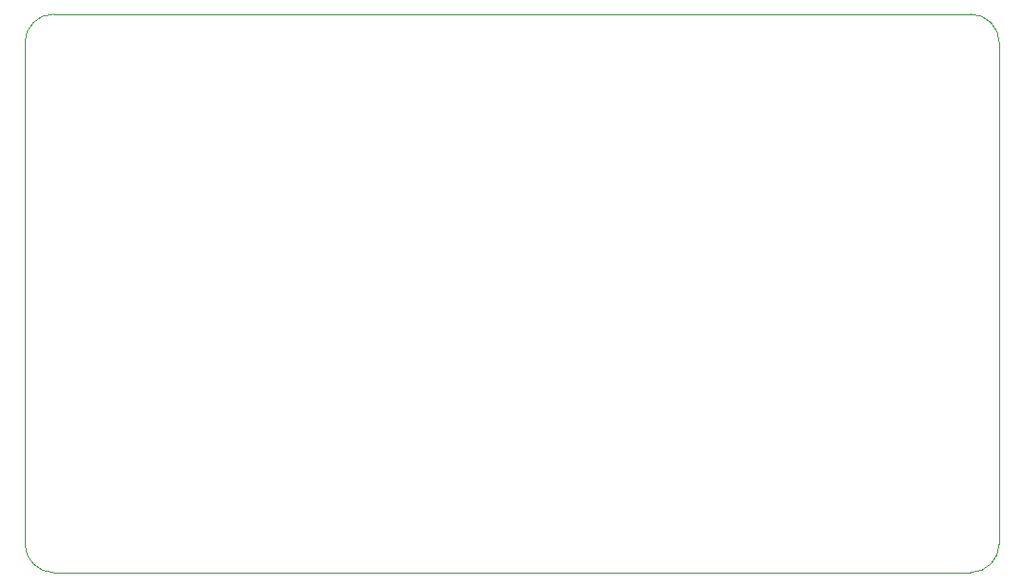
<source format=gbr>
%TF.GenerationSoftware,KiCad,Pcbnew,(6.0.5-0)*%
%TF.CreationDate,2022-06-13T17:31:06+02:00*%
%TF.ProjectId,Transportino,5472616e-7370-46f7-9274-696e6f2e6b69,v01*%
%TF.SameCoordinates,Original*%
%TF.FileFunction,Profile,NP*%
%FSLAX46Y46*%
G04 Gerber Fmt 4.6, Leading zero omitted, Abs format (unit mm)*
G04 Created by KiCad (PCBNEW (6.0.5-0)) date 2022-06-13 17:31:06*
%MOMM*%
%LPD*%
G01*
G04 APERTURE LIST*
%TA.AperFunction,Profile*%
%ADD10C,0.100000*%
%TD*%
G04 APERTURE END LIST*
D10*
X208280000Y-59690000D02*
X127000000Y-59690000D01*
X210820000Y-106680000D02*
X210820000Y-62230000D01*
X127000000Y-109220000D02*
X208280000Y-109220000D01*
X124460000Y-62230000D02*
X124460000Y-106680000D01*
X210820000Y-62230000D02*
G75*
G03*
X208280000Y-59690000I-2540000J0D01*
G01*
X127000000Y-59690000D02*
G75*
G03*
X124460000Y-62230000I0J-2540000D01*
G01*
X124460000Y-106680000D02*
G75*
G03*
X127000000Y-109220000I2540000J0D01*
G01*
X208280000Y-109220000D02*
G75*
G03*
X210820000Y-106680000I0J2540000D01*
G01*
M02*

</source>
